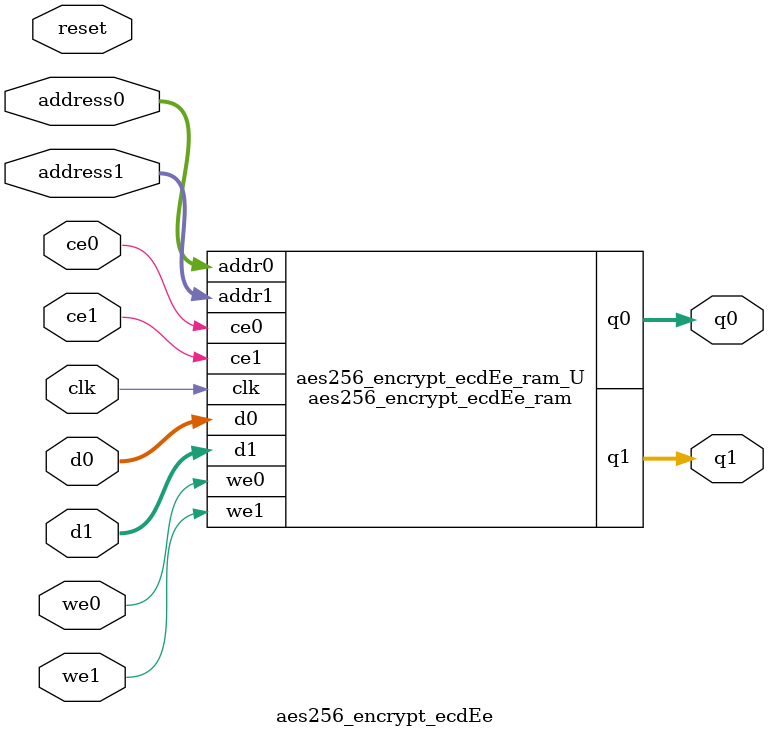
<source format=v>

`timescale 1 ns / 1 ps
module aes256_encrypt_ecdEe_ram (addr0, ce0, d0, we0, q0, addr1, ce1, d1, we1, q1,  clk);

parameter DWIDTH = 8;
parameter AWIDTH = 5;
parameter MEM_SIZE = 32;

input[AWIDTH-1:0] addr0;
input ce0;
input[DWIDTH-1:0] d0;
input we0;
output reg[DWIDTH-1:0] q0;
input[AWIDTH-1:0] addr1;
input ce1;
input[DWIDTH-1:0] d1;
input we1;
output reg[DWIDTH-1:0] q1;
input clk;

(* ram_style = "block" *)reg [DWIDTH-1:0] ram[0:MEM_SIZE-1];




always @(posedge clk)  
begin 
    if (ce0) 
    begin
        if (we0) 
        begin 
            ram[addr0] <= d0; 
            q0 <= d0;
        end 
        else 
            q0 <= ram[addr0];
    end
end


always @(posedge clk)  
begin 
    if (ce1) 
    begin
        if (we1) 
        begin 
            ram[addr1] <= d1; 
            q1 <= d1;
        end 
        else 
            q1 <= ram[addr1];
    end
end


endmodule


`timescale 1 ns / 1 ps
module aes256_encrypt_ecdEe(
    reset,
    clk,
    address0,
    ce0,
    we0,
    d0,
    q0,
    address1,
    ce1,
    we1,
    d1,
    q1);

parameter DataWidth = 32'd8;
parameter AddressRange = 32'd32;
parameter AddressWidth = 32'd5;
input reset;
input clk;
input[AddressWidth - 1:0] address0;
input ce0;
input we0;
input[DataWidth - 1:0] d0;
output[DataWidth - 1:0] q0;
input[AddressWidth - 1:0] address1;
input ce1;
input we1;
input[DataWidth - 1:0] d1;
output[DataWidth - 1:0] q1;



aes256_encrypt_ecdEe_ram aes256_encrypt_ecdEe_ram_U(
    .clk( clk ),
    .addr0( address0 ),
    .ce0( ce0 ),
    .d0( d0 ),
    .we0( we0 ),
    .q0( q0 ),
    .addr1( address1 ),
    .ce1( ce1 ),
    .d1( d1 ),
    .we1( we1 ),
    .q1( q1 ));

endmodule


</source>
